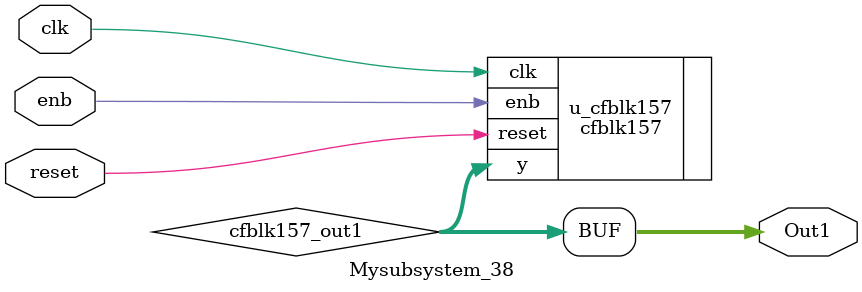
<source format=v>



`timescale 1 ns / 1 ns

module Mysubsystem_38
          (clk,
           reset,
           enb,
           Out1);


  input   clk;
  input   reset;
  input   enb;
  output  [7:0] Out1;  // uint8


  wire [7:0] cfblk157_out1;  // uint8


  cfblk157 u_cfblk157 (.clk(clk),
                       .reset(reset),
                       .enb(enb),
                       .y(cfblk157_out1)  // uint8
                       );

  assign Out1 = cfblk157_out1;

endmodule  // Mysubsystem_38


</source>
